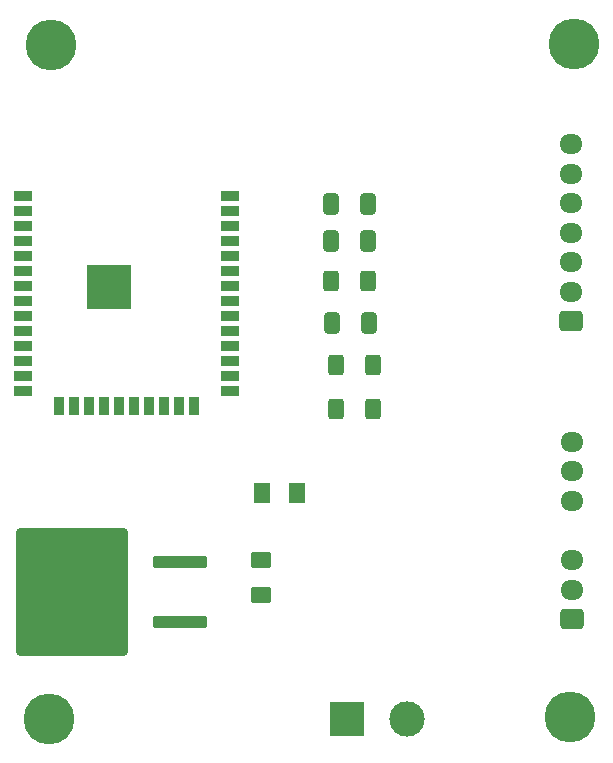
<source format=gbr>
%TF.GenerationSoftware,KiCad,Pcbnew,7.0.10*%
%TF.CreationDate,2024-05-28T16:22:07+05:30*%
%TF.ProjectId,pro1,70726f31-2e6b-4696-9361-645f70636258,rev?*%
%TF.SameCoordinates,Original*%
%TF.FileFunction,Soldermask,Top*%
%TF.FilePolarity,Negative*%
%FSLAX46Y46*%
G04 Gerber Fmt 4.6, Leading zero omitted, Abs format (unit mm)*
G04 Created by KiCad (PCBNEW 7.0.10) date 2024-05-28 16:22:07*
%MOMM*%
%LPD*%
G01*
G04 APERTURE LIST*
G04 Aperture macros list*
%AMRoundRect*
0 Rectangle with rounded corners*
0 $1 Rounding radius*
0 $2 $3 $4 $5 $6 $7 $8 $9 X,Y pos of 4 corners*
0 Add a 4 corners polygon primitive as box body*
4,1,4,$2,$3,$4,$5,$6,$7,$8,$9,$2,$3,0*
0 Add four circle primitives for the rounded corners*
1,1,$1+$1,$2,$3*
1,1,$1+$1,$4,$5*
1,1,$1+$1,$6,$7*
1,1,$1+$1,$8,$9*
0 Add four rect primitives between the rounded corners*
20,1,$1+$1,$2,$3,$4,$5,0*
20,1,$1+$1,$4,$5,$6,$7,0*
20,1,$1+$1,$6,$7,$8,$9,0*
20,1,$1+$1,$8,$9,$2,$3,0*%
G04 Aperture macros list end*
%ADD10RoundRect,0.250000X0.725000X-0.600000X0.725000X0.600000X-0.725000X0.600000X-0.725000X-0.600000X0*%
%ADD11O,1.950000X1.700000*%
%ADD12R,3.000000X3.000000*%
%ADD13C,3.000000*%
%ADD14C,4.300000*%
%ADD15RoundRect,0.250000X-0.400000X-0.625000X0.400000X-0.625000X0.400000X0.625000X-0.400000X0.625000X0*%
%ADD16RoundRect,0.250001X0.624999X-0.462499X0.624999X0.462499X-0.624999X0.462499X-0.624999X-0.462499X0*%
%ADD17RoundRect,0.250000X-0.412500X-0.650000X0.412500X-0.650000X0.412500X0.650000X-0.412500X0.650000X0*%
%ADD18RoundRect,0.250001X-0.462499X-0.624999X0.462499X-0.624999X0.462499X0.624999X-0.462499X0.624999X0*%
%ADD19R,1.500000X0.900000*%
%ADD20R,0.900000X1.500000*%
%ADD21C,0.600000*%
%ADD22R,3.800000X3.800000*%
%ADD23RoundRect,0.250000X0.400000X0.625000X-0.400000X0.625000X-0.400000X-0.625000X0.400000X-0.625000X0*%
%ADD24RoundRect,0.250000X2.050000X0.300000X-2.050000X0.300000X-2.050000X-0.300000X2.050000X-0.300000X0*%
%ADD25RoundRect,0.250002X4.449998X5.149998X-4.449998X5.149998X-4.449998X-5.149998X4.449998X-5.149998X0*%
G04 APERTURE END LIST*
D10*
%TO.C,J3*%
X175100000Y-80700000D03*
D11*
X175100000Y-78200000D03*
X175100000Y-75700000D03*
X175100000Y-70700000D03*
X175100000Y-68200000D03*
X175100000Y-65700000D03*
%TD*%
D12*
%TO.C,J5*%
X156060000Y-89200000D03*
D13*
X161140000Y-89200000D03*
%TD*%
D14*
%TO.C,H3*%
X175200000Y-32000000D03*
%TD*%
D15*
%TO.C,R1*%
X154700000Y-52100000D03*
X157800000Y-52100000D03*
%TD*%
D11*
%TO.C,J2*%
X175000000Y-40500000D03*
X175000000Y-43000000D03*
X175000000Y-45500000D03*
X175000000Y-48000000D03*
X175000000Y-50500000D03*
X175000000Y-53000000D03*
D10*
X175000000Y-55500000D03*
%TD*%
D14*
%TO.C,H4*%
X130920000Y-32060000D03*
%TD*%
D16*
%TO.C,D3*%
X148700000Y-78700000D03*
X148700000Y-75725000D03*
%TD*%
D17*
%TO.C,C3*%
X157800000Y-48700000D03*
X154675000Y-48700000D03*
%TD*%
%TO.C,C1*%
X154775000Y-55600000D03*
X157900000Y-55600000D03*
%TD*%
D18*
%TO.C,D1*%
X148825000Y-70000000D03*
X151800000Y-70000000D03*
%TD*%
D15*
%TO.C,R3*%
X155100000Y-62900000D03*
X158200000Y-62900000D03*
%TD*%
D14*
%TO.C,H2*%
X130800000Y-89200000D03*
%TD*%
%TO.C,H1*%
X174900000Y-89000000D03*
%TD*%
D17*
%TO.C,C2*%
X157800000Y-45600000D03*
X154675000Y-45600000D03*
%TD*%
D19*
%TO.C,U1*%
X128626200Y-44907200D03*
X128626200Y-46177200D03*
X128626200Y-47447200D03*
X128626200Y-48717200D03*
X128626200Y-49987200D03*
X128626200Y-51257200D03*
X128626200Y-52527200D03*
X128626200Y-53797200D03*
X128626200Y-55067200D03*
X128626200Y-56337200D03*
X128626200Y-57607200D03*
X128626200Y-58877200D03*
X128626200Y-60147200D03*
X128626200Y-61417200D03*
D20*
X131666200Y-62667200D03*
X132936200Y-62667200D03*
X134206200Y-62667200D03*
X135476200Y-62667200D03*
X136746200Y-62667200D03*
X138016200Y-62667200D03*
X139286200Y-62667200D03*
X140556200Y-62667200D03*
X141826200Y-62667200D03*
X143096200Y-62667200D03*
D19*
X146126200Y-61417200D03*
X146126200Y-60147200D03*
X146126200Y-58877200D03*
X146126200Y-57607200D03*
X146126200Y-56337200D03*
X146126200Y-55067200D03*
X146126200Y-53797200D03*
X146126200Y-52527200D03*
X146126200Y-51257200D03*
X146126200Y-49987200D03*
X146126200Y-48717200D03*
X146126200Y-47447200D03*
X146126200Y-46177200D03*
X146126200Y-44907200D03*
D21*
X134476200Y-51927200D03*
X134476200Y-53327200D03*
X135176200Y-51227200D03*
X135176200Y-52627200D03*
X135176200Y-54027200D03*
X135851200Y-51927200D03*
X135851200Y-53327200D03*
D22*
X135876200Y-52627200D03*
D21*
X136576200Y-51227200D03*
X136576200Y-52627200D03*
X136576200Y-54027200D03*
X137276200Y-51927200D03*
X137276200Y-53327200D03*
%TD*%
D23*
%TO.C,R2*%
X158200000Y-59200000D03*
X155100000Y-59200000D03*
%TD*%
D24*
%TO.C,U3*%
X141875000Y-80940000D03*
D25*
X132725000Y-78400000D03*
D24*
X141875000Y-75860000D03*
%TD*%
M02*

</source>
